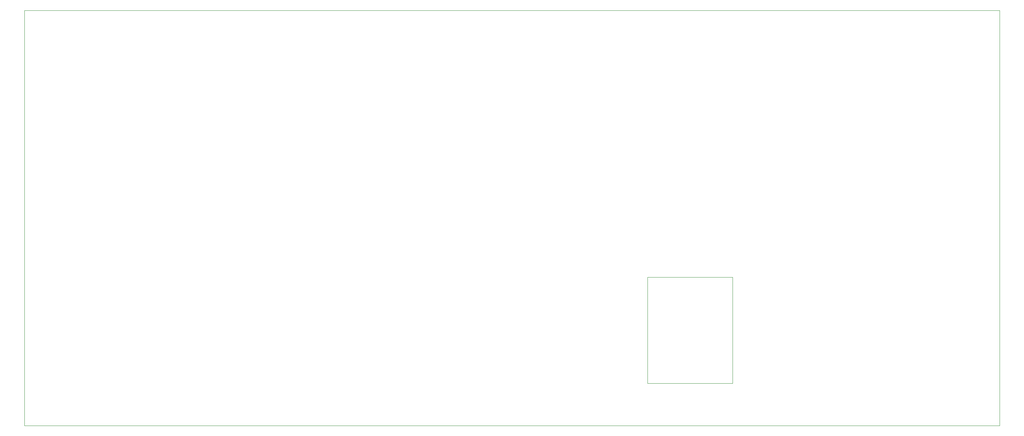
<source format=gbr>
G04 #@! TF.GenerationSoftware,KiCad,Pcbnew,(5.1.4-0-10_14)*
G04 #@! TF.CreationDate,2020-01-02T23:01:08+01:00*
G04 #@! TF.ProjectId,ProgrammerController,50726f67-7261-46d6-9d65-72436f6e7472,rev?*
G04 #@! TF.SameCoordinates,Original*
G04 #@! TF.FileFunction,Profile,NP*
%FSLAX46Y46*%
G04 Gerber Fmt 4.6, Leading zero omitted, Abs format (unit mm)*
G04 Created by KiCad (PCBNEW (5.1.4-0-10_14)) date 2020-01-02 23:01:08*
%MOMM*%
%LPD*%
G04 APERTURE LIST*
%ADD10C,0.050000*%
G04 APERTURE END LIST*
D10*
X194900000Y-135000000D02*
X194900000Y-110000000D01*
X214900000Y-135000000D02*
X194900000Y-135000000D01*
X214900000Y-110000000D02*
X214900000Y-135000000D01*
X194900000Y-110000000D02*
X214900000Y-110000000D01*
X47900000Y-47000000D02*
X47900000Y-145000000D01*
X47900000Y-145000000D02*
X277900000Y-145000000D01*
X277900000Y-47000000D02*
X277900000Y-145000000D01*
X47900000Y-47000000D02*
X277900000Y-47000000D01*
M02*

</source>
